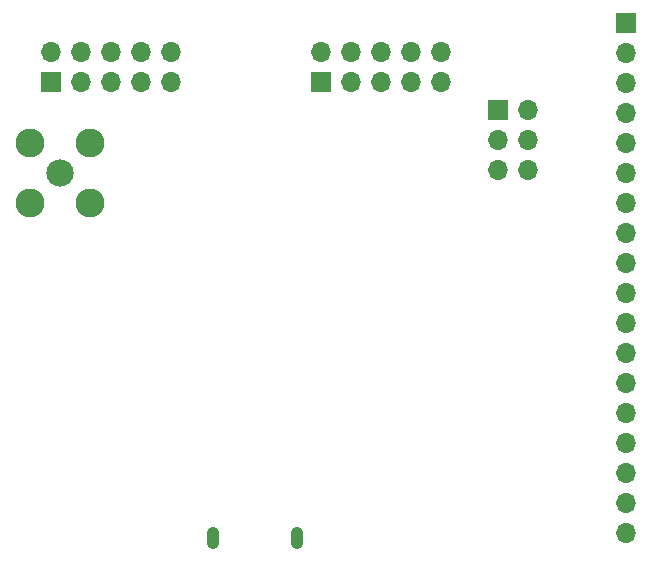
<source format=gbr>
%TF.GenerationSoftware,KiCad,Pcbnew,7.0.10*%
%TF.CreationDate,2024-11-13T12:28:53-05:00*%
%TF.ProjectId,pmodThingy,706d6f64-5468-4696-9e67-792e6b696361,rev?*%
%TF.SameCoordinates,Original*%
%TF.FileFunction,Soldermask,Bot*%
%TF.FilePolarity,Negative*%
%FSLAX46Y46*%
G04 Gerber Fmt 4.6, Leading zero omitted, Abs format (unit mm)*
G04 Created by KiCad (PCBNEW 7.0.10) date 2024-11-13 12:28:53*
%MOMM*%
%LPD*%
G01*
G04 APERTURE LIST*
%ADD10C,2.304000*%
%ADD11C,2.454000*%
%ADD12R,1.700000X1.700000*%
%ADD13O,1.700000X1.700000*%
%ADD14O,1.050000X1.900000*%
G04 APERTURE END LIST*
D10*
%TO.C,J6*%
X122428000Y-59182000D03*
D11*
X119888000Y-56642000D03*
X119888000Y-61722000D03*
X124968000Y-61722000D03*
X124968000Y-56642000D03*
%TD*%
D12*
%TO.C,J2*%
X121666000Y-51497000D03*
D13*
X121666000Y-48957000D03*
X124206000Y-51497000D03*
X124206000Y-48957000D03*
X126746000Y-51497000D03*
X126746000Y-48957000D03*
X129286000Y-51497000D03*
X129286000Y-48957000D03*
X131826000Y-51497000D03*
X131826000Y-48957000D03*
%TD*%
D12*
%TO.C,J5*%
X159507000Y-53863000D03*
D13*
X162047000Y-53863000D03*
X159507000Y-56403000D03*
X162047000Y-56403000D03*
X159507000Y-58943000D03*
X162047000Y-58943000D03*
%TD*%
D12*
%TO.C,J4*%
X170307000Y-46482000D03*
D13*
X170307000Y-49022000D03*
X170307000Y-51562000D03*
X170307000Y-54102000D03*
X170307000Y-56642000D03*
X170307000Y-59182000D03*
X170307000Y-61722000D03*
X170307000Y-64262000D03*
X170307000Y-66802000D03*
X170307000Y-69342000D03*
X170307000Y-71882000D03*
X170307000Y-74422000D03*
X170307000Y-76962000D03*
X170307000Y-79502000D03*
X170307000Y-82042000D03*
X170307000Y-84582000D03*
X170307000Y-87122000D03*
X170307000Y-89662000D03*
%TD*%
D12*
%TO.C,J1*%
X144526000Y-51497000D03*
D13*
X144526000Y-48957000D03*
X147066000Y-51497000D03*
X147066000Y-48957000D03*
X149606000Y-51497000D03*
X149606000Y-48957000D03*
X152146000Y-51497000D03*
X152146000Y-48957000D03*
X154686000Y-51497000D03*
X154686000Y-48957000D03*
%TD*%
D14*
%TO.C,J3*%
X135363000Y-90100000D03*
X142513000Y-90100000D03*
%TD*%
M02*

</source>
